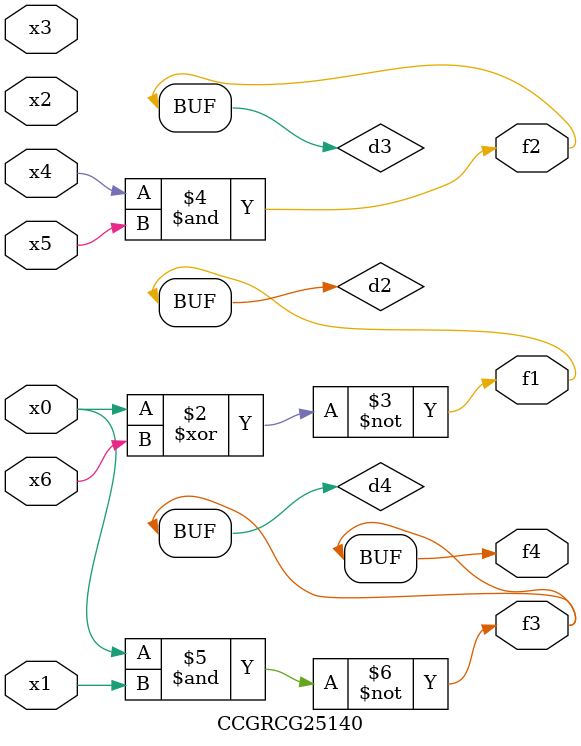
<source format=v>
module CCGRCG25140(
	input x0, x1, x2, x3, x4, x5, x6,
	output f1, f2, f3, f4
);

	wire d1, d2, d3, d4;

	nor (d1, x0);
	xnor (d2, x0, x6);
	and (d3, x4, x5);
	nand (d4, x0, x1);
	assign f1 = d2;
	assign f2 = d3;
	assign f3 = d4;
	assign f4 = d4;
endmodule

</source>
